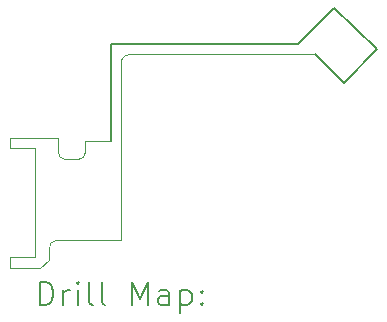
<source format=gbr>
%TF.GenerationSoftware,KiCad,Pcbnew,(6.0.8)*%
%TF.CreationDate,2022-11-07T16:33:29-05:00*%
%TF.ProjectId,3-input-or-gate,332d696e-7075-4742-9d6f-722d67617465,rev?*%
%TF.SameCoordinates,Original*%
%TF.FileFunction,Drillmap*%
%TF.FilePolarity,Positive*%
%FSLAX45Y45*%
G04 Gerber Fmt 4.5, Leading zero omitted, Abs format (unit mm)*
G04 Created by KiCad (PCBNEW (6.0.8)) date 2022-11-07 16:33:29*
%MOMM*%
%LPD*%
G01*
G04 APERTURE LIST*
%ADD10C,0.100000*%
%ADD11C,0.083820*%
%ADD12C,0.150000*%
%ADD13C,0.088900*%
%ADD14C,0.200000*%
G04 APERTURE END LIST*
D10*
X14476000Y-10242000D02*
X14220000Y-10242000D01*
X14476000Y-10242000D02*
X14555000Y-10173000D01*
X14859000Y-9269000D02*
X14859000Y-9169400D01*
X16803000Y-8432800D02*
X15240000Y-8432800D01*
D11*
X14611000Y-10007998D02*
G75*
G03*
X14556000Y-10074000I1590J-57242D01*
G01*
D10*
X15163800Y-8483600D02*
X15163800Y-10007600D01*
D12*
X16962500Y-8042500D02*
X17330000Y-8385000D01*
X17330000Y-8385000D02*
X17045000Y-8675000D01*
D13*
X14679000Y-9321800D02*
X14806000Y-9321800D01*
D10*
X14630400Y-9139000D02*
X14630400Y-9270000D01*
D12*
X16657500Y-8342500D02*
X16962500Y-8042500D01*
D10*
X15163800Y-10007600D02*
X14611000Y-10008000D01*
X14220000Y-9138000D02*
X14630000Y-9138000D01*
X14555000Y-10073000D02*
X14555000Y-10173000D01*
D12*
X15077500Y-8342500D02*
X16657500Y-8342500D01*
D10*
X14430000Y-10150000D02*
X14430000Y-9230000D01*
X14430000Y-9230000D02*
X14220000Y-9230000D01*
X14219700Y-10150000D02*
X14430000Y-10150000D01*
X14859000Y-9169400D02*
X15077500Y-9169400D01*
D12*
X17045000Y-8675000D02*
X16805000Y-8434000D01*
D10*
X14220000Y-10242000D02*
X14219700Y-10150000D01*
X14220000Y-9230000D02*
X14220000Y-9140000D01*
D13*
X14796000Y-9322001D02*
G75*
G03*
X14859201Y-9265000I6960J55821D01*
G01*
D12*
X15077500Y-9167000D02*
X15077500Y-8342500D01*
D13*
X14630998Y-9254000D02*
G75*
G03*
X14688000Y-9322000I55402J-11450D01*
G01*
D10*
X15240000Y-8432800D02*
G75*
G03*
X15163800Y-8483600I-920J-81170D01*
G01*
D14*
X14472319Y-10557476D02*
X14472319Y-10357476D01*
X14519938Y-10357476D01*
X14548509Y-10367000D01*
X14567557Y-10386048D01*
X14577081Y-10405095D01*
X14586605Y-10443190D01*
X14586605Y-10471762D01*
X14577081Y-10509857D01*
X14567557Y-10528905D01*
X14548509Y-10547952D01*
X14519938Y-10557476D01*
X14472319Y-10557476D01*
X14672319Y-10557476D02*
X14672319Y-10424143D01*
X14672319Y-10462238D02*
X14681843Y-10443190D01*
X14691367Y-10433667D01*
X14710414Y-10424143D01*
X14729462Y-10424143D01*
X14796128Y-10557476D02*
X14796128Y-10424143D01*
X14796128Y-10357476D02*
X14786605Y-10367000D01*
X14796128Y-10376524D01*
X14805652Y-10367000D01*
X14796128Y-10357476D01*
X14796128Y-10376524D01*
X14919938Y-10557476D02*
X14900890Y-10547952D01*
X14891367Y-10528905D01*
X14891367Y-10357476D01*
X15024700Y-10557476D02*
X15005652Y-10547952D01*
X14996128Y-10528905D01*
X14996128Y-10357476D01*
X15253271Y-10557476D02*
X15253271Y-10357476D01*
X15319938Y-10500333D01*
X15386605Y-10357476D01*
X15386605Y-10557476D01*
X15567557Y-10557476D02*
X15567557Y-10452714D01*
X15558033Y-10433667D01*
X15538986Y-10424143D01*
X15500890Y-10424143D01*
X15481843Y-10433667D01*
X15567557Y-10547952D02*
X15548509Y-10557476D01*
X15500890Y-10557476D01*
X15481843Y-10547952D01*
X15472319Y-10528905D01*
X15472319Y-10509857D01*
X15481843Y-10490810D01*
X15500890Y-10481286D01*
X15548509Y-10481286D01*
X15567557Y-10471762D01*
X15662795Y-10424143D02*
X15662795Y-10624143D01*
X15662795Y-10433667D02*
X15681843Y-10424143D01*
X15719938Y-10424143D01*
X15738986Y-10433667D01*
X15748509Y-10443190D01*
X15758033Y-10462238D01*
X15758033Y-10519381D01*
X15748509Y-10538429D01*
X15738986Y-10547952D01*
X15719938Y-10557476D01*
X15681843Y-10557476D01*
X15662795Y-10547952D01*
X15843748Y-10538429D02*
X15853271Y-10547952D01*
X15843748Y-10557476D01*
X15834224Y-10547952D01*
X15843748Y-10538429D01*
X15843748Y-10557476D01*
X15843748Y-10433667D02*
X15853271Y-10443190D01*
X15843748Y-10452714D01*
X15834224Y-10443190D01*
X15843748Y-10433667D01*
X15843748Y-10452714D01*
M02*

</source>
